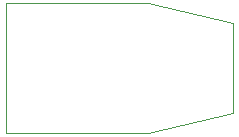
<source format=gbr>
%TF.GenerationSoftware,KiCad,Pcbnew,8.0.5*%
%TF.CreationDate,2024-10-19T22:56:50+02:00*%
%TF.ProjectId,pat-mat-pcb,7061742d-6d61-4742-9d70-63622e6b6963,rev?*%
%TF.SameCoordinates,Original*%
%TF.FileFunction,Profile,NP*%
%FSLAX46Y46*%
G04 Gerber Fmt 4.6, Leading zero omitted, Abs format (unit mm)*
G04 Created by KiCad (PCBNEW 8.0.5) date 2024-10-19 22:56:50*
%MOMM*%
%LPD*%
G01*
G04 APERTURE LIST*
%TA.AperFunction,Profile*%
%ADD10C,0.100000*%
%TD*%
G04 APERTURE END LIST*
D10*
X76740000Y-69000000D02*
X88700000Y-69000000D01*
X95961200Y-59690000D02*
X95961200Y-67310000D01*
X76740000Y-58000000D02*
X88700000Y-58000000D01*
X95961200Y-59690000D02*
X88700000Y-58000000D01*
X76740000Y-58000000D02*
X76740000Y-69000000D01*
X95961200Y-67310000D02*
X88700000Y-69000000D01*
M02*

</source>
